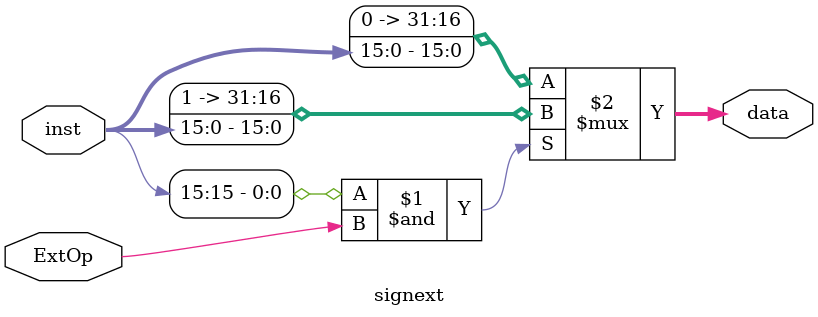
<source format=v>
`timescale 1ns / 1ps
module signext(
input [15:0] inst, // ÊäÈë16Î»
input  ExtOp,
output [31:0] data // Êä³ö32Î»
);
// ¸ù¾Ý·ûºÅ²¹³ä·ûºÅÎ»
 //  Èç¹û·ûºÅÎ»Îª1£¬Ôò²¹³ä16¸ö1£¬¼´16'h ffff
// Èç¹û·ûºÅÎ»Îª0£¬Ôò²¹³ä16¸ö0
 assign data= inst[15:15]&ExtOp?{16'hffff,inst}:{16'h0000,inst}; 
endmodule

</source>
